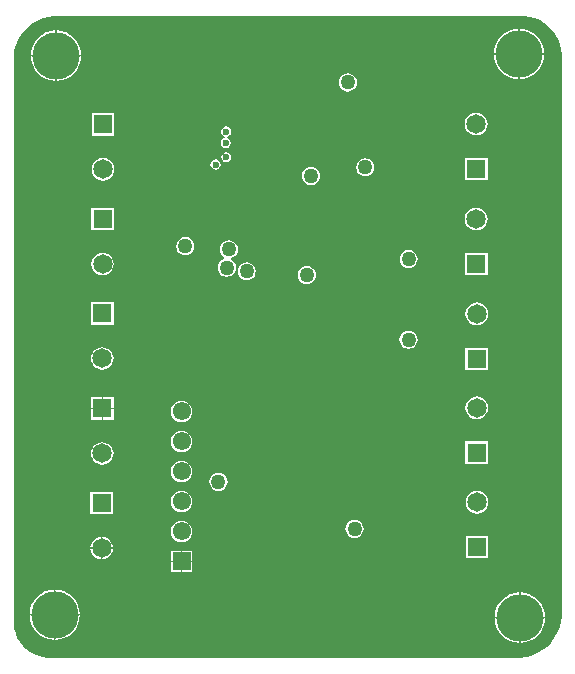
<source format=gbr>
G04*
G04 #@! TF.GenerationSoftware,Altium Limited,Altium Designer,23.3.1 (30)*
G04*
G04 Layer_Physical_Order=2*
G04 Layer_Color=36540*
%FSLAX25Y25*%
%MOIN*%
G70*
G04*
G04 #@! TF.SameCoordinates,9E9A1B20-5B00-4279-B210-449FD35A5861*
G04*
G04*
G04 #@! TF.FilePolarity,Positive*
G04*
G01*
G75*
%ADD55C,0.06496*%
%ADD56R,0.06496X0.06496*%
%ADD57C,0.15748*%
%ADD58R,0.06102X0.06102*%
%ADD59C,0.06102*%
%ADD60C,0.05000*%
%ADD61C,0.02362*%
G36*
X119500Y322697D02*
X274640Y322697D01*
X275520Y322697D01*
X277264Y322468D01*
X278963Y322012D01*
X280588Y321339D01*
X282111Y320460D01*
X283507Y319389D01*
X284751Y318145D01*
X285822Y316750D01*
X286701Y315226D01*
X287374Y313601D01*
X287829Y311902D01*
X288059Y310158D01*
X288059Y309278D01*
X288059Y123864D01*
X288059Y122877D01*
X287801Y120920D01*
X287290Y119013D01*
X286535Y117189D01*
X285548Y115479D01*
X284346Y113912D01*
X282949Y112516D01*
X281383Y111314D01*
X279673Y110327D01*
X277849Y109571D01*
X275942Y109060D01*
X273985Y108803D01*
X272997Y108803D01*
X117500Y108803D01*
X116700Y108803D01*
X115115Y109011D01*
X113571Y109425D01*
X112093Y110037D01*
X110709Y110837D01*
X109440Y111810D01*
X108310Y112941D01*
X107336Y114209D01*
X106537Y115594D01*
X105925Y117071D01*
X105511Y118615D01*
X105303Y120201D01*
X105303Y121000D01*
Y308500D01*
X105303Y309431D01*
X105546Y311276D01*
X106027Y313073D01*
X106739Y314793D01*
X107670Y316405D01*
X108803Y317881D01*
X110119Y319197D01*
X111595Y320330D01*
X113207Y321261D01*
X114927Y321973D01*
X116724Y322454D01*
X118569Y322697D01*
X119500Y322697D01*
D02*
G37*
%LPC*%
G36*
X274009Y318480D02*
Y310340D01*
X282149D01*
X282012Y311732D01*
X281533Y313310D01*
X280756Y314765D01*
X279709Y316040D01*
X278434Y317087D01*
X276979Y317864D01*
X275401Y318343D01*
X274009Y318480D01*
D02*
G37*
G36*
X273509D02*
X272118Y318343D01*
X270539Y317864D01*
X269085Y317087D01*
X267810Y316040D01*
X266763Y314765D01*
X265985Y313310D01*
X265507Y311732D01*
X265370Y310340D01*
X273509D01*
Y318480D01*
D02*
G37*
G36*
X119638Y317985D02*
Y309845D01*
X127777D01*
X127640Y311237D01*
X127162Y312815D01*
X126384Y314270D01*
X125338Y315545D01*
X124062Y316592D01*
X122608Y317369D01*
X121029Y317848D01*
X119638Y317985D01*
D02*
G37*
G36*
X119138D02*
X117746Y317848D01*
X116167Y317369D01*
X114713Y316592D01*
X113438Y315545D01*
X112391Y314270D01*
X111614Y312815D01*
X111135Y311237D01*
X110998Y309845D01*
X119138D01*
Y317985D01*
D02*
G37*
G36*
X282149Y309840D02*
X274009D01*
Y301700D01*
X275401Y301837D01*
X276979Y302316D01*
X278434Y303094D01*
X279709Y304140D01*
X280756Y305415D01*
X281533Y306870D01*
X282012Y308449D01*
X282149Y309840D01*
D02*
G37*
G36*
X273509D02*
X265370D01*
X265507Y308449D01*
X265985Y306870D01*
X266763Y305415D01*
X267810Y304140D01*
X269085Y303094D01*
X270539Y302316D01*
X272118Y301837D01*
X273509Y301700D01*
Y309840D01*
D02*
G37*
G36*
X127777Y309345D02*
X119638D01*
Y301205D01*
X121029Y301343D01*
X122608Y301821D01*
X124062Y302599D01*
X125338Y303645D01*
X126384Y304921D01*
X127162Y306375D01*
X127640Y307954D01*
X127777Y309345D01*
D02*
G37*
G36*
X119138D02*
X110998D01*
X111135Y307954D01*
X111614Y306375D01*
X112391Y304921D01*
X113438Y303645D01*
X114713Y302599D01*
X116167Y301821D01*
X117746Y301343D01*
X119138Y301205D01*
Y309345D01*
D02*
G37*
G36*
X216651Y303653D02*
X215867Y303550D01*
X215138Y303248D01*
X214511Y302767D01*
X214030Y302140D01*
X213728Y301410D01*
X213625Y300627D01*
X213728Y299844D01*
X214030Y299114D01*
X214511Y298488D01*
X215138Y298007D01*
X215867Y297705D01*
X216651Y297601D01*
X217434Y297705D01*
X218163Y298007D01*
X218790Y298488D01*
X219271Y299114D01*
X219573Y299844D01*
X219676Y300627D01*
X219573Y301410D01*
X219271Y302140D01*
X218790Y302767D01*
X218163Y303248D01*
X217434Y303550D01*
X216651Y303653D01*
D02*
G37*
G36*
X259503Y290580D02*
X258524Y290452D01*
X257613Y290074D01*
X256830Y289473D01*
X256229Y288690D01*
X255851Y287778D01*
X255723Y286800D01*
X255851Y285822D01*
X256229Y284910D01*
X256830Y284127D01*
X257613Y283526D01*
X258524Y283148D01*
X259503Y283019D01*
X260481Y283148D01*
X261393Y283526D01*
X262176Y284127D01*
X262777Y284910D01*
X263155Y285822D01*
X263283Y286800D01*
X263155Y287778D01*
X262777Y288690D01*
X262176Y289473D01*
X261393Y290074D01*
X260481Y290452D01*
X259503Y290580D01*
D02*
G37*
G36*
X138814Y290392D02*
X131318D01*
Y282896D01*
X138814D01*
Y290392D01*
D02*
G37*
G36*
X176139Y285964D02*
X175483Y285833D01*
X174927Y285461D01*
X174555Y284906D01*
X174425Y284249D01*
X174555Y283594D01*
X174927Y283037D01*
X175483Y282666D01*
X175784Y282606D01*
Y282096D01*
X175315Y282003D01*
X174759Y281632D01*
X174387Y281076D01*
X174257Y280420D01*
X174387Y279764D01*
X174759Y279208D01*
X175315Y278836D01*
X175971Y278706D01*
X176627Y278836D01*
X177183Y279208D01*
X177554Y279764D01*
X177685Y280420D01*
X177554Y281076D01*
X177183Y281632D01*
X176627Y282003D01*
X176326Y282063D01*
Y282573D01*
X176795Y282666D01*
X177351Y283037D01*
X177723Y283594D01*
X177853Y284249D01*
X177723Y284906D01*
X177351Y285461D01*
X176795Y285833D01*
X176139Y285964D01*
D02*
G37*
G36*
X176169Y277386D02*
X175513Y277256D01*
X174957Y276884D01*
X174586Y276328D01*
X174455Y275672D01*
X174586Y275016D01*
X174957Y274460D01*
X175513Y274088D01*
X176169Y273958D01*
X176825Y274088D01*
X177381Y274460D01*
X177753Y275016D01*
X177883Y275672D01*
X177753Y276328D01*
X177381Y276884D01*
X176825Y277256D01*
X176169Y277386D01*
D02*
G37*
G36*
X172593Y274990D02*
X171937Y274859D01*
X171381Y274488D01*
X171010Y273932D01*
X170879Y273276D01*
X171010Y272620D01*
X171381Y272064D01*
X171937Y271692D01*
X172593Y271562D01*
X173249Y271692D01*
X173805Y272064D01*
X174177Y272620D01*
X174307Y273276D01*
X174177Y273932D01*
X173805Y274488D01*
X173249Y274859D01*
X172593Y274990D01*
D02*
G37*
G36*
X222518Y275360D02*
X221735Y275256D01*
X221005Y274954D01*
X220378Y274473D01*
X219897Y273847D01*
X219595Y273117D01*
X219492Y272334D01*
X219595Y271550D01*
X219897Y270821D01*
X220378Y270194D01*
X221005Y269713D01*
X221735Y269411D01*
X222518Y269308D01*
X223301Y269411D01*
X224031Y269713D01*
X224658Y270194D01*
X225138Y270821D01*
X225441Y271550D01*
X225544Y272334D01*
X225441Y273117D01*
X225138Y273847D01*
X224658Y274473D01*
X224031Y274954D01*
X223301Y275256D01*
X222518Y275360D01*
D02*
G37*
G36*
X263251Y275548D02*
X255755D01*
Y268052D01*
X263251D01*
Y275548D01*
D02*
G37*
G36*
X135066Y275425D02*
X134088Y275296D01*
X133176Y274918D01*
X132393Y274317D01*
X131792Y273534D01*
X131414Y272622D01*
X131286Y271644D01*
X131414Y270666D01*
X131792Y269754D01*
X132393Y268971D01*
X133176Y268370D01*
X134088Y267992D01*
X135066Y267864D01*
X136044Y267992D01*
X136956Y268370D01*
X137739Y268971D01*
X138340Y269754D01*
X138717Y270666D01*
X138846Y271644D01*
X138717Y272622D01*
X138340Y273534D01*
X137739Y274317D01*
X136956Y274918D01*
X136044Y275296D01*
X135066Y275425D01*
D02*
G37*
G36*
X204403Y272506D02*
X203620Y272403D01*
X202890Y272101D01*
X202264Y271620D01*
X201783Y270993D01*
X201481Y270264D01*
X201378Y269480D01*
X201481Y268697D01*
X201783Y267968D01*
X202264Y267341D01*
X202890Y266860D01*
X203620Y266558D01*
X204403Y266455D01*
X205187Y266558D01*
X205916Y266860D01*
X206543Y267341D01*
X207024Y267968D01*
X207326Y268697D01*
X207429Y269480D01*
X207326Y270264D01*
X207024Y270993D01*
X206543Y271620D01*
X205916Y272101D01*
X205187Y272403D01*
X204403Y272506D01*
D02*
G37*
G36*
X138658Y258849D02*
X131162D01*
Y251353D01*
X138658D01*
Y258849D01*
D02*
G37*
G36*
X259503Y258878D02*
X258524Y258750D01*
X257613Y258372D01*
X256830Y257771D01*
X256229Y256988D01*
X255851Y256077D01*
X255723Y255098D01*
X255851Y254120D01*
X256229Y253208D01*
X256830Y252425D01*
X257613Y251824D01*
X258524Y251447D01*
X259503Y251318D01*
X260481Y251447D01*
X261393Y251824D01*
X262176Y252425D01*
X262777Y253208D01*
X263155Y254120D01*
X263283Y255098D01*
X263155Y256077D01*
X262777Y256988D01*
X262176Y257771D01*
X261393Y258372D01*
X260481Y258750D01*
X259503Y258878D01*
D02*
G37*
G36*
X162491Y249085D02*
X161707Y248982D01*
X160978Y248680D01*
X160351Y248199D01*
X159870Y247573D01*
X159568Y246843D01*
X159465Y246060D01*
X159568Y245276D01*
X159870Y244547D01*
X160351Y243920D01*
X160978Y243439D01*
X161707Y243137D01*
X162491Y243034D01*
X163274Y243137D01*
X164004Y243439D01*
X164630Y243920D01*
X165111Y244547D01*
X165413Y245276D01*
X165516Y246060D01*
X165413Y246843D01*
X165111Y247573D01*
X164630Y248199D01*
X164004Y248680D01*
X163274Y248982D01*
X162491Y249085D01*
D02*
G37*
G36*
X236934Y244795D02*
X236151Y244692D01*
X235421Y244390D01*
X234795Y243909D01*
X234314Y243282D01*
X234012Y242552D01*
X233908Y241769D01*
X234012Y240986D01*
X234314Y240256D01*
X234795Y239629D01*
X235421Y239149D01*
X236151Y238846D01*
X236934Y238743D01*
X237717Y238846D01*
X238447Y239149D01*
X239074Y239629D01*
X239555Y240256D01*
X239857Y240986D01*
X239960Y241769D01*
X239857Y242552D01*
X239555Y243282D01*
X239074Y243909D01*
X238447Y244390D01*
X237717Y244692D01*
X236934Y244795D01*
D02*
G37*
G36*
X263251Y243846D02*
X255755D01*
Y236350D01*
X263251D01*
Y243846D01*
D02*
G37*
G36*
X134910Y243881D02*
X133931Y243753D01*
X133020Y243375D01*
X132237Y242774D01*
X131636Y241991D01*
X131258Y241079D01*
X131130Y240101D01*
X131258Y239123D01*
X131636Y238211D01*
X132237Y237428D01*
X133020Y236827D01*
X133931Y236450D01*
X134910Y236321D01*
X135888Y236450D01*
X136800Y236827D01*
X137583Y237428D01*
X138184Y238211D01*
X138561Y239123D01*
X138690Y240101D01*
X138561Y241079D01*
X138184Y241991D01*
X137583Y242774D01*
X136800Y243375D01*
X135888Y243753D01*
X134910Y243881D01*
D02*
G37*
G36*
X176992Y247996D02*
X176209Y247893D01*
X175479Y247591D01*
X174853Y247110D01*
X174372Y246483D01*
X174069Y245754D01*
X173966Y244970D01*
X174069Y244187D01*
X174372Y243458D01*
X174853Y242831D01*
X175479Y242350D01*
X175537Y242326D01*
X175542Y241962D01*
X175495Y241802D01*
X174815Y241520D01*
X174188Y241039D01*
X173707Y240413D01*
X173405Y239683D01*
X173302Y238900D01*
X173405Y238117D01*
X173707Y237387D01*
X174188Y236760D01*
X174815Y236279D01*
X175544Y235977D01*
X176328Y235874D01*
X177111Y235977D01*
X177840Y236279D01*
X178467Y236760D01*
X178948Y237387D01*
X179250Y238117D01*
X179353Y238900D01*
X179250Y239683D01*
X178948Y240413D01*
X178467Y241039D01*
X177840Y241520D01*
X177782Y241544D01*
X177777Y241908D01*
X177824Y242068D01*
X178505Y242350D01*
X179132Y242831D01*
X179613Y243458D01*
X179915Y244187D01*
X180018Y244970D01*
X179915Y245754D01*
X179613Y246483D01*
X179132Y247110D01*
X178505Y247591D01*
X177775Y247893D01*
X176992Y247996D01*
D02*
G37*
G36*
X182974Y240685D02*
X182191Y240582D01*
X181462Y240280D01*
X180835Y239799D01*
X180354Y239172D01*
X180052Y238442D01*
X179948Y237659D01*
X180052Y236876D01*
X180354Y236146D01*
X180835Y235519D01*
X181462Y235038D01*
X182191Y234736D01*
X182974Y234633D01*
X183758Y234736D01*
X184487Y235038D01*
X185114Y235519D01*
X185595Y236146D01*
X185897Y236876D01*
X186000Y237659D01*
X185897Y238442D01*
X185595Y239172D01*
X185114Y239799D01*
X184487Y240280D01*
X183758Y240582D01*
X182974Y240685D01*
D02*
G37*
G36*
X203037Y239483D02*
X202254Y239380D01*
X201524Y239077D01*
X200898Y238597D01*
X200417Y237970D01*
X200114Y237240D01*
X200011Y236457D01*
X200114Y235674D01*
X200417Y234944D01*
X200898Y234317D01*
X201524Y233836D01*
X202254Y233534D01*
X203037Y233431D01*
X203820Y233534D01*
X204550Y233836D01*
X205177Y234317D01*
X205658Y234944D01*
X205960Y235674D01*
X206063Y236457D01*
X205960Y237240D01*
X205658Y237970D01*
X205177Y238597D01*
X204550Y239077D01*
X203820Y239380D01*
X203037Y239483D01*
D02*
G37*
G36*
X138603Y227373D02*
X131107D01*
Y219877D01*
X138603D01*
Y227373D01*
D02*
G37*
G36*
X259639Y227303D02*
X258661Y227174D01*
X257749Y226796D01*
X256966Y226196D01*
X256365Y225413D01*
X255988Y224501D01*
X255859Y223522D01*
X255988Y222544D01*
X256365Y221632D01*
X256966Y220849D01*
X257749Y220249D01*
X258661Y219871D01*
X259639Y219742D01*
X260618Y219871D01*
X261530Y220249D01*
X262313Y220849D01*
X262913Y221632D01*
X263291Y222544D01*
X263420Y223522D01*
X263291Y224501D01*
X262913Y225413D01*
X262313Y226196D01*
X261530Y226796D01*
X260618Y227174D01*
X259639Y227303D01*
D02*
G37*
G36*
X236919Y217927D02*
X236136Y217824D01*
X235406Y217522D01*
X234780Y217041D01*
X234299Y216414D01*
X233997Y215684D01*
X233894Y214901D01*
X233997Y214118D01*
X234299Y213388D01*
X234780Y212761D01*
X235406Y212281D01*
X236136Y211978D01*
X236919Y211875D01*
X237703Y211978D01*
X238432Y212281D01*
X239059Y212761D01*
X239540Y213388D01*
X239842Y214118D01*
X239945Y214901D01*
X239842Y215684D01*
X239540Y216414D01*
X239059Y217041D01*
X238432Y217522D01*
X237703Y217824D01*
X236919Y217927D01*
D02*
G37*
G36*
X134855Y212405D02*
X133876Y212276D01*
X132965Y211899D01*
X132182Y211298D01*
X131581Y210515D01*
X131203Y209603D01*
X131074Y208625D01*
X131203Y207646D01*
X131581Y206734D01*
X132182Y205952D01*
X132965Y205351D01*
X133876Y204973D01*
X134855Y204844D01*
X135833Y204973D01*
X136745Y205351D01*
X137528Y205952D01*
X138129Y206734D01*
X138506Y207646D01*
X138635Y208625D01*
X138506Y209603D01*
X138129Y210515D01*
X137528Y211298D01*
X136745Y211899D01*
X135833Y212276D01*
X134855Y212405D01*
D02*
G37*
G36*
X263387Y212270D02*
X255891D01*
Y204774D01*
X263387D01*
Y212270D01*
D02*
G37*
G36*
X138622Y195703D02*
X135124D01*
Y192206D01*
X138622D01*
Y195703D01*
D02*
G37*
G36*
X134624D02*
X131126D01*
Y192206D01*
X134624D01*
Y195703D01*
D02*
G37*
G36*
X259602Y195994D02*
X258623Y195865D01*
X257712Y195487D01*
X256929Y194886D01*
X256328Y194104D01*
X255950Y193192D01*
X255821Y192213D01*
X255950Y191235D01*
X256328Y190323D01*
X256929Y189540D01*
X257712Y188939D01*
X258623Y188562D01*
X259602Y188433D01*
X260580Y188562D01*
X261492Y188939D01*
X262275Y189540D01*
X262876Y190323D01*
X263253Y191235D01*
X263382Y192213D01*
X263253Y193192D01*
X262876Y194104D01*
X262275Y194886D01*
X261492Y195487D01*
X260580Y195865D01*
X259602Y195994D01*
D02*
G37*
G36*
X138622Y191706D02*
X135124D01*
Y188207D01*
X138622D01*
Y191706D01*
D02*
G37*
G36*
X134624D02*
X131126D01*
Y188207D01*
X134624D01*
Y191706D01*
D02*
G37*
G36*
X161294Y194578D02*
X160367Y194456D01*
X159503Y194098D01*
X158761Y193529D01*
X158192Y192787D01*
X157834Y191923D01*
X157712Y190997D01*
X157834Y190069D01*
X158192Y189206D01*
X158761Y188464D01*
X159503Y187894D01*
X160367Y187537D01*
X161294Y187415D01*
X162221Y187537D01*
X163085Y187894D01*
X163827Y188464D01*
X164396Y189206D01*
X164754Y190069D01*
X164876Y190997D01*
X164754Y191923D01*
X164396Y192787D01*
X163827Y193529D01*
X163085Y194098D01*
X162221Y194456D01*
X161294Y194578D01*
D02*
G37*
G36*
Y184578D02*
X160367Y184456D01*
X159503Y184098D01*
X158761Y183529D01*
X158192Y182787D01*
X157834Y181923D01*
X157712Y180997D01*
X157834Y180069D01*
X158192Y179206D01*
X158761Y178464D01*
X159503Y177894D01*
X160367Y177537D01*
X161294Y177415D01*
X162221Y177537D01*
X163085Y177894D01*
X163827Y178464D01*
X164396Y179206D01*
X164754Y180069D01*
X164876Y180997D01*
X164754Y181923D01*
X164396Y182787D01*
X163827Y183529D01*
X163085Y184098D01*
X162221Y184456D01*
X161294Y184578D01*
D02*
G37*
G36*
X263350Y180961D02*
X255854D01*
Y173465D01*
X263350D01*
Y180961D01*
D02*
G37*
G36*
X134874Y180736D02*
X133896Y180607D01*
X132984Y180229D01*
X132201Y179629D01*
X131600Y178846D01*
X131222Y177934D01*
X131094Y176955D01*
X131222Y175977D01*
X131600Y175065D01*
X132201Y174282D01*
X132984Y173682D01*
X133896Y173304D01*
X134874Y173175D01*
X135853Y173304D01*
X136764Y173682D01*
X137547Y174282D01*
X138148Y175065D01*
X138526Y175977D01*
X138654Y176955D01*
X138526Y177934D01*
X138148Y178846D01*
X137547Y179629D01*
X136764Y180229D01*
X135853Y180607D01*
X134874Y180736D01*
D02*
G37*
G36*
X161294Y174578D02*
X160367Y174456D01*
X159503Y174098D01*
X158761Y173529D01*
X158192Y172787D01*
X157834Y171923D01*
X157712Y170996D01*
X157834Y170069D01*
X158192Y169206D01*
X158761Y168464D01*
X159503Y167894D01*
X160367Y167537D01*
X161294Y167415D01*
X162221Y167537D01*
X163085Y167894D01*
X163827Y168464D01*
X164396Y169206D01*
X164754Y170069D01*
X164876Y170996D01*
X164754Y171923D01*
X164396Y172787D01*
X163827Y173529D01*
X163085Y174098D01*
X162221Y174456D01*
X161294Y174578D01*
D02*
G37*
G36*
X173563Y170535D02*
X172780Y170432D01*
X172050Y170130D01*
X171424Y169649D01*
X170943Y169022D01*
X170641Y168292D01*
X170537Y167509D01*
X170641Y166726D01*
X170943Y165996D01*
X171424Y165369D01*
X172050Y164889D01*
X172780Y164586D01*
X173563Y164483D01*
X174346Y164586D01*
X175076Y164889D01*
X175703Y165369D01*
X176184Y165996D01*
X176486Y166726D01*
X176589Y167509D01*
X176486Y168292D01*
X176184Y169022D01*
X175703Y169649D01*
X175076Y170130D01*
X174346Y170432D01*
X173563Y170535D01*
D02*
G37*
G36*
X161294Y164578D02*
X160367Y164456D01*
X159503Y164098D01*
X158761Y163529D01*
X158192Y162787D01*
X157834Y161924D01*
X157712Y160996D01*
X157834Y160069D01*
X158192Y159206D01*
X158761Y158464D01*
X159503Y157895D01*
X160367Y157537D01*
X161294Y157415D01*
X162221Y157537D01*
X163085Y157895D01*
X163827Y158464D01*
X164396Y159206D01*
X164754Y160069D01*
X164876Y160996D01*
X164754Y161924D01*
X164396Y162787D01*
X163827Y163529D01*
X163085Y164098D01*
X162221Y164456D01*
X161294Y164578D01*
D02*
G37*
G36*
X259691Y164503D02*
X258712Y164374D01*
X257801Y163997D01*
X257018Y163396D01*
X256417Y162613D01*
X256039Y161701D01*
X255910Y160723D01*
X256039Y159744D01*
X256417Y158833D01*
X257018Y158050D01*
X257801Y157449D01*
X258712Y157071D01*
X259691Y156942D01*
X260669Y157071D01*
X261581Y157449D01*
X262364Y158050D01*
X262965Y158833D01*
X263342Y159744D01*
X263471Y160723D01*
X263342Y161701D01*
X262965Y162613D01*
X262364Y163396D01*
X261581Y163997D01*
X260669Y164374D01*
X259691Y164503D01*
D02*
G37*
G36*
X138346Y164134D02*
X130850D01*
Y156638D01*
X138346D01*
Y164134D01*
D02*
G37*
G36*
X218923Y154852D02*
X218140Y154749D01*
X217410Y154447D01*
X216783Y153966D01*
X216302Y153339D01*
X216000Y152609D01*
X215897Y151826D01*
X216000Y151043D01*
X216302Y150313D01*
X216783Y149687D01*
X217410Y149206D01*
X218140Y148903D01*
X218923Y148800D01*
X219706Y148903D01*
X220436Y149206D01*
X221062Y149687D01*
X221543Y150313D01*
X221846Y151043D01*
X221949Y151826D01*
X221846Y152609D01*
X221543Y153339D01*
X221062Y153966D01*
X220436Y154447D01*
X219706Y154749D01*
X218923Y154852D01*
D02*
G37*
G36*
X161294Y154578D02*
X160367Y154456D01*
X159503Y154098D01*
X158761Y153529D01*
X158192Y152787D01*
X157834Y151924D01*
X157712Y150996D01*
X157834Y150069D01*
X158192Y149206D01*
X158761Y148464D01*
X159503Y147895D01*
X160367Y147537D01*
X161294Y147415D01*
X162221Y147537D01*
X163085Y147895D01*
X163827Y148464D01*
X164396Y149206D01*
X164754Y150069D01*
X164876Y150996D01*
X164754Y151924D01*
X164396Y152787D01*
X163827Y153529D01*
X163085Y154098D01*
X162221Y154456D01*
X161294Y154578D01*
D02*
G37*
G36*
X134848Y149134D02*
Y145636D01*
X138345D01*
X138249Y146365D01*
X137872Y147276D01*
X137271Y148059D01*
X136488Y148660D01*
X135576Y149038D01*
X134848Y149134D01*
D02*
G37*
G36*
X134348D02*
X133619Y149038D01*
X132708Y148660D01*
X131925Y148059D01*
X131324Y147276D01*
X130946Y146365D01*
X130850Y145636D01*
X134348D01*
Y149134D01*
D02*
G37*
G36*
X263439Y149471D02*
X255943D01*
Y141975D01*
X263439D01*
Y149471D01*
D02*
G37*
G36*
X138345Y145136D02*
X134848D01*
Y141639D01*
X135576Y141735D01*
X136488Y142112D01*
X137271Y142713D01*
X137872Y143496D01*
X138249Y144408D01*
X138345Y145136D01*
D02*
G37*
G36*
X134348D02*
X130850D01*
X130946Y144408D01*
X131324Y143496D01*
X131925Y142713D01*
X132708Y142112D01*
X133619Y141735D01*
X134348Y141639D01*
Y145136D01*
D02*
G37*
G36*
X164845Y144548D02*
X161544D01*
Y141246D01*
X164845D01*
Y144548D01*
D02*
G37*
G36*
X161044D02*
X157743D01*
Y141246D01*
X161044D01*
Y144548D01*
D02*
G37*
G36*
X164845Y140746D02*
X161544D01*
Y137445D01*
X164845D01*
Y140746D01*
D02*
G37*
G36*
X161044D02*
X157743D01*
Y137445D01*
X161044D01*
Y140746D01*
D02*
G37*
G36*
X119225Y131613D02*
Y123473D01*
X127365D01*
X127228Y124864D01*
X126749Y126443D01*
X125971Y127898D01*
X124925Y129173D01*
X123650Y130219D01*
X122195Y130997D01*
X120617Y131475D01*
X119225Y131613D01*
D02*
G37*
G36*
X118725D02*
X117333Y131475D01*
X115755Y130997D01*
X114300Y130219D01*
X113025Y129173D01*
X111979Y127898D01*
X111201Y126443D01*
X110722Y124864D01*
X110585Y123473D01*
X118725D01*
Y131613D01*
D02*
G37*
G36*
X274255Y130672D02*
Y122532D01*
X282395D01*
X282258Y123924D01*
X281779Y125503D01*
X281001Y126957D01*
X279955Y128233D01*
X278680Y129279D01*
X277225Y130057D01*
X275646Y130535D01*
X274255Y130672D01*
D02*
G37*
G36*
X273755D02*
X272363Y130535D01*
X270785Y130057D01*
X269330Y129279D01*
X268055Y128233D01*
X267008Y126957D01*
X266231Y125503D01*
X265752Y123924D01*
X265615Y122532D01*
X273755D01*
Y130672D01*
D02*
G37*
G36*
X127365Y122973D02*
X119225D01*
Y114833D01*
X120617Y114970D01*
X122195Y115449D01*
X123650Y116226D01*
X124925Y117273D01*
X125971Y118548D01*
X126749Y120002D01*
X127228Y121581D01*
X127365Y122973D01*
D02*
G37*
G36*
X118725D02*
X110585D01*
X110722Y121581D01*
X111201Y120002D01*
X111979Y118548D01*
X113025Y117273D01*
X114300Y116226D01*
X115755Y115449D01*
X117333Y114970D01*
X118725Y114833D01*
Y122973D01*
D02*
G37*
G36*
X282395Y122032D02*
X274255D01*
Y113893D01*
X275646Y114030D01*
X277225Y114508D01*
X278680Y115286D01*
X279955Y116332D01*
X281001Y117608D01*
X281779Y119062D01*
X282258Y120641D01*
X282395Y122032D01*
D02*
G37*
G36*
X273755D02*
X265615D01*
X265752Y120641D01*
X266231Y119062D01*
X267008Y117608D01*
X268055Y116332D01*
X269330Y115286D01*
X270785Y114508D01*
X272363Y114030D01*
X273755Y113893D01*
Y122032D01*
D02*
G37*
%LPD*%
D55*
X134910Y240101D02*
D03*
X259602Y192213D02*
D03*
X134855Y208625D02*
D03*
X134874Y176955D02*
D03*
X259639Y223522D02*
D03*
X259503Y286800D02*
D03*
Y255098D02*
D03*
X259691Y160723D02*
D03*
X135066Y271644D02*
D03*
X134598Y145386D02*
D03*
D56*
X135066Y286644D02*
D03*
X259602Y177213D02*
D03*
X134855Y223625D02*
D03*
X134874Y191955D02*
D03*
X259639Y208522D02*
D03*
X259503Y271800D02*
D03*
Y240098D02*
D03*
X259691Y145723D02*
D03*
X134910Y255101D02*
D03*
X134598Y160386D02*
D03*
D57*
X118975Y123223D02*
D03*
X274005Y122283D02*
D03*
X119387Y309595D02*
D03*
X273759Y310090D02*
D03*
D58*
X161294Y140997D02*
D03*
D59*
Y150996D02*
D03*
Y160996D02*
D03*
Y170996D02*
D03*
Y180997D02*
D03*
Y190997D02*
D03*
D60*
X212148Y122047D02*
D03*
X201609Y256851D02*
D03*
X176992Y244970D02*
D03*
X176328Y238900D02*
D03*
X182974Y237659D02*
D03*
X162491Y246060D02*
D03*
X218923Y151826D02*
D03*
X204403Y269480D02*
D03*
X222518Y272334D02*
D03*
X157953Y272981D02*
D03*
X188524Y268679D02*
D03*
X203037Y236457D02*
D03*
X236919Y214901D02*
D03*
X236934Y241769D02*
D03*
X173563Y167509D02*
D03*
X198324Y301033D02*
D03*
X216651Y300627D02*
D03*
D61*
X175971Y280420D02*
D03*
X176139Y284249D02*
D03*
X176169Y275672D02*
D03*
X172593Y273276D02*
D03*
M02*

</source>
